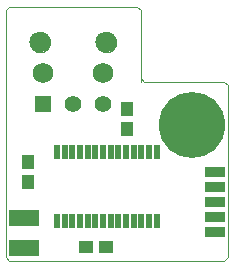
<source format=gts>
G75*
%MOIN*%
%OFA0B0*%
%FSLAX25Y25*%
%IPPOS*%
%LPD*%
%AMOC8*
5,1,8,0,0,1.08239X$1,22.5*
%
%ADD10C,0.00000*%
%ADD11R,0.10400X0.05400*%
%ADD12R,0.01975X0.05124*%
%ADD13R,0.04731X0.04337*%
%ADD14R,0.04337X0.04731*%
%ADD15R,0.06699X0.03550*%
%ADD16R,0.05550X0.05550*%
%ADD17C,0.05550*%
%ADD18C,0.06896*%
%ADD19C,0.07093*%
%ADD20C,0.22054*%
D10*
X0004100Y0003487D02*
X0005350Y0002238D01*
X0076913Y0002238D01*
X0078163Y0003487D01*
X0078163Y0060675D01*
X0076913Y0061925D01*
X0050350Y0061925D01*
X0049100Y0063175D01*
X0049100Y0061925D01*
X0049100Y0063175D02*
X0049100Y0085675D01*
X0047850Y0086925D01*
X0005350Y0086925D01*
X0004100Y0085675D01*
X0004100Y0003487D01*
X0012230Y0075055D02*
X0012232Y0075170D01*
X0012238Y0075286D01*
X0012248Y0075401D01*
X0012262Y0075516D01*
X0012280Y0075630D01*
X0012302Y0075743D01*
X0012327Y0075856D01*
X0012357Y0075967D01*
X0012390Y0076078D01*
X0012427Y0076187D01*
X0012468Y0076295D01*
X0012513Y0076402D01*
X0012561Y0076507D01*
X0012613Y0076610D01*
X0012669Y0076711D01*
X0012728Y0076811D01*
X0012790Y0076908D01*
X0012856Y0077003D01*
X0012924Y0077096D01*
X0012996Y0077186D01*
X0013071Y0077274D01*
X0013150Y0077359D01*
X0013231Y0077441D01*
X0013314Y0077521D01*
X0013401Y0077597D01*
X0013490Y0077671D01*
X0013581Y0077741D01*
X0013675Y0077809D01*
X0013771Y0077873D01*
X0013870Y0077933D01*
X0013970Y0077990D01*
X0014072Y0078044D01*
X0014176Y0078094D01*
X0014282Y0078141D01*
X0014389Y0078184D01*
X0014498Y0078223D01*
X0014608Y0078258D01*
X0014719Y0078289D01*
X0014831Y0078317D01*
X0014944Y0078341D01*
X0015058Y0078361D01*
X0015173Y0078377D01*
X0015288Y0078389D01*
X0015403Y0078397D01*
X0015518Y0078401D01*
X0015634Y0078401D01*
X0015749Y0078397D01*
X0015864Y0078389D01*
X0015979Y0078377D01*
X0016094Y0078361D01*
X0016208Y0078341D01*
X0016321Y0078317D01*
X0016433Y0078289D01*
X0016544Y0078258D01*
X0016654Y0078223D01*
X0016763Y0078184D01*
X0016870Y0078141D01*
X0016976Y0078094D01*
X0017080Y0078044D01*
X0017182Y0077990D01*
X0017282Y0077933D01*
X0017381Y0077873D01*
X0017477Y0077809D01*
X0017571Y0077741D01*
X0017662Y0077671D01*
X0017751Y0077597D01*
X0017838Y0077521D01*
X0017921Y0077441D01*
X0018002Y0077359D01*
X0018081Y0077274D01*
X0018156Y0077186D01*
X0018228Y0077096D01*
X0018296Y0077003D01*
X0018362Y0076908D01*
X0018424Y0076811D01*
X0018483Y0076711D01*
X0018539Y0076610D01*
X0018591Y0076507D01*
X0018639Y0076402D01*
X0018684Y0076295D01*
X0018725Y0076187D01*
X0018762Y0076078D01*
X0018795Y0075967D01*
X0018825Y0075856D01*
X0018850Y0075743D01*
X0018872Y0075630D01*
X0018890Y0075516D01*
X0018904Y0075401D01*
X0018914Y0075286D01*
X0018920Y0075170D01*
X0018922Y0075055D01*
X0018920Y0074940D01*
X0018914Y0074824D01*
X0018904Y0074709D01*
X0018890Y0074594D01*
X0018872Y0074480D01*
X0018850Y0074367D01*
X0018825Y0074254D01*
X0018795Y0074143D01*
X0018762Y0074032D01*
X0018725Y0073923D01*
X0018684Y0073815D01*
X0018639Y0073708D01*
X0018591Y0073603D01*
X0018539Y0073500D01*
X0018483Y0073399D01*
X0018424Y0073299D01*
X0018362Y0073202D01*
X0018296Y0073107D01*
X0018228Y0073014D01*
X0018156Y0072924D01*
X0018081Y0072836D01*
X0018002Y0072751D01*
X0017921Y0072669D01*
X0017838Y0072589D01*
X0017751Y0072513D01*
X0017662Y0072439D01*
X0017571Y0072369D01*
X0017477Y0072301D01*
X0017381Y0072237D01*
X0017282Y0072177D01*
X0017182Y0072120D01*
X0017080Y0072066D01*
X0016976Y0072016D01*
X0016870Y0071969D01*
X0016763Y0071926D01*
X0016654Y0071887D01*
X0016544Y0071852D01*
X0016433Y0071821D01*
X0016321Y0071793D01*
X0016208Y0071769D01*
X0016094Y0071749D01*
X0015979Y0071733D01*
X0015864Y0071721D01*
X0015749Y0071713D01*
X0015634Y0071709D01*
X0015518Y0071709D01*
X0015403Y0071713D01*
X0015288Y0071721D01*
X0015173Y0071733D01*
X0015058Y0071749D01*
X0014944Y0071769D01*
X0014831Y0071793D01*
X0014719Y0071821D01*
X0014608Y0071852D01*
X0014498Y0071887D01*
X0014389Y0071926D01*
X0014282Y0071969D01*
X0014176Y0072016D01*
X0014072Y0072066D01*
X0013970Y0072120D01*
X0013870Y0072177D01*
X0013771Y0072237D01*
X0013675Y0072301D01*
X0013581Y0072369D01*
X0013490Y0072439D01*
X0013401Y0072513D01*
X0013314Y0072589D01*
X0013231Y0072669D01*
X0013150Y0072751D01*
X0013071Y0072836D01*
X0012996Y0072924D01*
X0012924Y0073014D01*
X0012856Y0073107D01*
X0012790Y0073202D01*
X0012728Y0073299D01*
X0012669Y0073399D01*
X0012613Y0073500D01*
X0012561Y0073603D01*
X0012513Y0073708D01*
X0012468Y0073815D01*
X0012427Y0073923D01*
X0012390Y0074032D01*
X0012357Y0074143D01*
X0012327Y0074254D01*
X0012302Y0074367D01*
X0012280Y0074480D01*
X0012262Y0074594D01*
X0012248Y0074709D01*
X0012238Y0074824D01*
X0012232Y0074940D01*
X0012230Y0075055D01*
X0034278Y0075055D02*
X0034280Y0075170D01*
X0034286Y0075286D01*
X0034296Y0075401D01*
X0034310Y0075516D01*
X0034328Y0075630D01*
X0034350Y0075743D01*
X0034375Y0075856D01*
X0034405Y0075967D01*
X0034438Y0076078D01*
X0034475Y0076187D01*
X0034516Y0076295D01*
X0034561Y0076402D01*
X0034609Y0076507D01*
X0034661Y0076610D01*
X0034717Y0076711D01*
X0034776Y0076811D01*
X0034838Y0076908D01*
X0034904Y0077003D01*
X0034972Y0077096D01*
X0035044Y0077186D01*
X0035119Y0077274D01*
X0035198Y0077359D01*
X0035279Y0077441D01*
X0035362Y0077521D01*
X0035449Y0077597D01*
X0035538Y0077671D01*
X0035629Y0077741D01*
X0035723Y0077809D01*
X0035819Y0077873D01*
X0035918Y0077933D01*
X0036018Y0077990D01*
X0036120Y0078044D01*
X0036224Y0078094D01*
X0036330Y0078141D01*
X0036437Y0078184D01*
X0036546Y0078223D01*
X0036656Y0078258D01*
X0036767Y0078289D01*
X0036879Y0078317D01*
X0036992Y0078341D01*
X0037106Y0078361D01*
X0037221Y0078377D01*
X0037336Y0078389D01*
X0037451Y0078397D01*
X0037566Y0078401D01*
X0037682Y0078401D01*
X0037797Y0078397D01*
X0037912Y0078389D01*
X0038027Y0078377D01*
X0038142Y0078361D01*
X0038256Y0078341D01*
X0038369Y0078317D01*
X0038481Y0078289D01*
X0038592Y0078258D01*
X0038702Y0078223D01*
X0038811Y0078184D01*
X0038918Y0078141D01*
X0039024Y0078094D01*
X0039128Y0078044D01*
X0039230Y0077990D01*
X0039330Y0077933D01*
X0039429Y0077873D01*
X0039525Y0077809D01*
X0039619Y0077741D01*
X0039710Y0077671D01*
X0039799Y0077597D01*
X0039886Y0077521D01*
X0039969Y0077441D01*
X0040050Y0077359D01*
X0040129Y0077274D01*
X0040204Y0077186D01*
X0040276Y0077096D01*
X0040344Y0077003D01*
X0040410Y0076908D01*
X0040472Y0076811D01*
X0040531Y0076711D01*
X0040587Y0076610D01*
X0040639Y0076507D01*
X0040687Y0076402D01*
X0040732Y0076295D01*
X0040773Y0076187D01*
X0040810Y0076078D01*
X0040843Y0075967D01*
X0040873Y0075856D01*
X0040898Y0075743D01*
X0040920Y0075630D01*
X0040938Y0075516D01*
X0040952Y0075401D01*
X0040962Y0075286D01*
X0040968Y0075170D01*
X0040970Y0075055D01*
X0040968Y0074940D01*
X0040962Y0074824D01*
X0040952Y0074709D01*
X0040938Y0074594D01*
X0040920Y0074480D01*
X0040898Y0074367D01*
X0040873Y0074254D01*
X0040843Y0074143D01*
X0040810Y0074032D01*
X0040773Y0073923D01*
X0040732Y0073815D01*
X0040687Y0073708D01*
X0040639Y0073603D01*
X0040587Y0073500D01*
X0040531Y0073399D01*
X0040472Y0073299D01*
X0040410Y0073202D01*
X0040344Y0073107D01*
X0040276Y0073014D01*
X0040204Y0072924D01*
X0040129Y0072836D01*
X0040050Y0072751D01*
X0039969Y0072669D01*
X0039886Y0072589D01*
X0039799Y0072513D01*
X0039710Y0072439D01*
X0039619Y0072369D01*
X0039525Y0072301D01*
X0039429Y0072237D01*
X0039330Y0072177D01*
X0039230Y0072120D01*
X0039128Y0072066D01*
X0039024Y0072016D01*
X0038918Y0071969D01*
X0038811Y0071926D01*
X0038702Y0071887D01*
X0038592Y0071852D01*
X0038481Y0071821D01*
X0038369Y0071793D01*
X0038256Y0071769D01*
X0038142Y0071749D01*
X0038027Y0071733D01*
X0037912Y0071721D01*
X0037797Y0071713D01*
X0037682Y0071709D01*
X0037566Y0071709D01*
X0037451Y0071713D01*
X0037336Y0071721D01*
X0037221Y0071733D01*
X0037106Y0071749D01*
X0036992Y0071769D01*
X0036879Y0071793D01*
X0036767Y0071821D01*
X0036656Y0071852D01*
X0036546Y0071887D01*
X0036437Y0071926D01*
X0036330Y0071969D01*
X0036224Y0072016D01*
X0036120Y0072066D01*
X0036018Y0072120D01*
X0035918Y0072177D01*
X0035819Y0072237D01*
X0035723Y0072301D01*
X0035629Y0072369D01*
X0035538Y0072439D01*
X0035449Y0072513D01*
X0035362Y0072589D01*
X0035279Y0072669D01*
X0035198Y0072751D01*
X0035119Y0072836D01*
X0035044Y0072924D01*
X0034972Y0073014D01*
X0034904Y0073107D01*
X0034838Y0073202D01*
X0034776Y0073299D01*
X0034717Y0073399D01*
X0034661Y0073500D01*
X0034609Y0073603D01*
X0034561Y0073708D01*
X0034516Y0073815D01*
X0034475Y0073923D01*
X0034438Y0074032D01*
X0034405Y0074143D01*
X0034375Y0074254D01*
X0034350Y0074367D01*
X0034328Y0074480D01*
X0034310Y0074594D01*
X0034296Y0074709D01*
X0034286Y0074824D01*
X0034280Y0074940D01*
X0034278Y0075055D01*
D11*
X0010350Y0016300D03*
X0010350Y0006300D03*
D12*
X0021216Y0015508D03*
X0023775Y0015508D03*
X0026334Y0015508D03*
X0028893Y0015508D03*
X0031452Y0015508D03*
X0034011Y0015508D03*
X0036570Y0015508D03*
X0039130Y0015508D03*
X0041689Y0015508D03*
X0044248Y0015508D03*
X0046807Y0015508D03*
X0049366Y0015508D03*
X0051925Y0015508D03*
X0054484Y0015508D03*
X0054484Y0038342D03*
X0051925Y0038342D03*
X0049366Y0038342D03*
X0046807Y0038342D03*
X0044248Y0038342D03*
X0041689Y0038342D03*
X0039130Y0038342D03*
X0036570Y0038342D03*
X0034011Y0038342D03*
X0031452Y0038342D03*
X0028893Y0038342D03*
X0026334Y0038342D03*
X0023775Y0038342D03*
X0021216Y0038342D03*
D13*
X0030754Y0006925D03*
X0037446Y0006925D03*
D14*
X0011600Y0028579D03*
X0011600Y0035271D03*
X0044725Y0046079D03*
X0044725Y0052771D03*
D15*
X0073788Y0031925D03*
X0073788Y0026925D03*
X0073788Y0021925D03*
X0073788Y0016925D03*
X0073788Y0011925D03*
D16*
X0016600Y0054425D03*
D17*
X0026600Y0054425D03*
X0036600Y0054425D03*
D18*
X0036600Y0064779D03*
X0016600Y0064779D03*
D19*
X0015576Y0075055D03*
X0037624Y0075055D03*
D20*
X0066167Y0047555D03*
M02*

</source>
